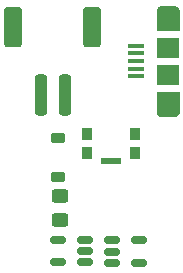
<source format=gtp>
%TF.GenerationSoftware,KiCad,Pcbnew,8.0.1*%
%TF.CreationDate,2024-04-23T06:28:50-07:00*%
%TF.ProjectId,OnOffController,4f6e4f66-6643-46f6-9e74-726f6c6c6572,rev?*%
%TF.SameCoordinates,Original*%
%TF.FileFunction,Paste,Top*%
%TF.FilePolarity,Positive*%
%FSLAX46Y46*%
G04 Gerber Fmt 4.6, Leading zero omitted, Abs format (unit mm)*
G04 Created by KiCad (PCBNEW 8.0.1) date 2024-04-23 06:28:50*
%MOMM*%
%LPD*%
G01*
G04 APERTURE LIST*
G04 Aperture macros list*
%AMRoundRect*
0 Rectangle with rounded corners*
0 $1 Rounding radius*
0 $2 $3 $4 $5 $6 $7 $8 $9 X,Y pos of 4 corners*
0 Add a 4 corners polygon primitive as box body*
4,1,4,$2,$3,$4,$5,$6,$7,$8,$9,$2,$3,0*
0 Add four circle primitives for the rounded corners*
1,1,$1+$1,$2,$3*
1,1,$1+$1,$4,$5*
1,1,$1+$1,$6,$7*
1,1,$1+$1,$8,$9*
0 Add four rect primitives between the rounded corners*
20,1,$1+$1,$2,$3,$4,$5,0*
20,1,$1+$1,$4,$5,$6,$7,0*
20,1,$1+$1,$6,$7,$8,$9,0*
20,1,$1+$1,$8,$9,$2,$3,0*%
G04 Aperture macros list end*
%ADD10C,0.010000*%
%ADD11RoundRect,0.250000X-0.450000X0.325000X-0.450000X-0.325000X0.450000X-0.325000X0.450000X0.325000X0*%
%ADD12RoundRect,0.150000X-0.512500X-0.150000X0.512500X-0.150000X0.512500X0.150000X-0.512500X0.150000X0*%
%ADD13RoundRect,0.250000X0.250000X1.500000X-0.250000X1.500000X-0.250000X-1.500000X0.250000X-1.500000X0*%
%ADD14RoundRect,0.250001X0.499999X1.449999X-0.499999X1.449999X-0.499999X-1.449999X0.499999X-1.449999X0*%
%ADD15RoundRect,0.150000X0.512500X0.150000X-0.512500X0.150000X-0.512500X-0.150000X0.512500X-0.150000X0*%
%ADD16R,1.350000X0.400000*%
%ADD17R,1.900000X1.800000*%
%ADD18R,0.889000X0.990600*%
%ADD19R,1.701800X0.558800*%
%ADD20RoundRect,0.225000X0.375000X-0.225000X0.375000X0.225000X-0.375000X0.225000X-0.375000X-0.225000X0*%
G04 APERTURE END LIST*
D10*
%TO.C,J8*%
X166939500Y-82527000D02*
X166938500Y-82553000D01*
X166936500Y-82579000D01*
X166932500Y-82605000D01*
X166928500Y-82631000D01*
X166921500Y-82656000D01*
X166914500Y-82682000D01*
X166905500Y-82706000D01*
X166895500Y-82730000D01*
X166884500Y-82754000D01*
X166872500Y-82777000D01*
X166858500Y-82799000D01*
X166843500Y-82821000D01*
X166827500Y-82842000D01*
X166810500Y-82862000D01*
X166792500Y-82881000D01*
X166773500Y-82899000D01*
X166753500Y-82916000D01*
X166732500Y-82932000D01*
X166711500Y-82946000D01*
X166689500Y-82960000D01*
X166665500Y-82973000D01*
X166642500Y-82984000D01*
X166618500Y-82994000D01*
X166593500Y-83003000D01*
X166568500Y-83010000D01*
X166542500Y-83016000D01*
X166517500Y-83021000D01*
X166491500Y-83024000D01*
X166465500Y-83026000D01*
X166439500Y-83027000D01*
X165538500Y-83027000D01*
X165512500Y-83026000D01*
X165486500Y-83024000D01*
X165460500Y-83021000D01*
X165435500Y-83016000D01*
X165409500Y-83010000D01*
X165384500Y-83003000D01*
X165359500Y-82994000D01*
X165335500Y-82984000D01*
X165312500Y-82973000D01*
X165289500Y-82960000D01*
X165266500Y-82946000D01*
X165245500Y-82932000D01*
X165224500Y-82916000D01*
X165204500Y-82899000D01*
X165185500Y-82881000D01*
X165167500Y-82862000D01*
X165150500Y-82842000D01*
X165134500Y-82821000D01*
X165119500Y-82799000D01*
X165105500Y-82777000D01*
X165093500Y-82754000D01*
X165082500Y-82730000D01*
X165072500Y-82706000D01*
X165063500Y-82682000D01*
X165056500Y-82656000D01*
X165049500Y-82631000D01*
X165045500Y-82605000D01*
X165041500Y-82579000D01*
X165039500Y-82553000D01*
X165039500Y-82527000D01*
X165039000Y-80952000D01*
X165039500Y-80952000D01*
X166939500Y-80952000D01*
X166939500Y-82527000D01*
G36*
X166939500Y-82527000D02*
G01*
X166938500Y-82553000D01*
X166936500Y-82579000D01*
X166932500Y-82605000D01*
X166928500Y-82631000D01*
X166921500Y-82656000D01*
X166914500Y-82682000D01*
X166905500Y-82706000D01*
X166895500Y-82730000D01*
X166884500Y-82754000D01*
X166872500Y-82777000D01*
X166858500Y-82799000D01*
X166843500Y-82821000D01*
X166827500Y-82842000D01*
X166810500Y-82862000D01*
X166792500Y-82881000D01*
X166773500Y-82899000D01*
X166753500Y-82916000D01*
X166732500Y-82932000D01*
X166711500Y-82946000D01*
X166689500Y-82960000D01*
X166665500Y-82973000D01*
X166642500Y-82984000D01*
X166618500Y-82994000D01*
X166593500Y-83003000D01*
X166568500Y-83010000D01*
X166542500Y-83016000D01*
X166517500Y-83021000D01*
X166491500Y-83024000D01*
X166465500Y-83026000D01*
X166439500Y-83027000D01*
X165538500Y-83027000D01*
X165512500Y-83026000D01*
X165486500Y-83024000D01*
X165460500Y-83021000D01*
X165435500Y-83016000D01*
X165409500Y-83010000D01*
X165384500Y-83003000D01*
X165359500Y-82994000D01*
X165335500Y-82984000D01*
X165312500Y-82973000D01*
X165289500Y-82960000D01*
X165266500Y-82946000D01*
X165245500Y-82932000D01*
X165224500Y-82916000D01*
X165204500Y-82899000D01*
X165185500Y-82881000D01*
X165167500Y-82862000D01*
X165150500Y-82842000D01*
X165134500Y-82821000D01*
X165119500Y-82799000D01*
X165105500Y-82777000D01*
X165093500Y-82754000D01*
X165082500Y-82730000D01*
X165072500Y-82706000D01*
X165063500Y-82682000D01*
X165056500Y-82656000D01*
X165049500Y-82631000D01*
X165045500Y-82605000D01*
X165041500Y-82579000D01*
X165039500Y-82553000D01*
X165039500Y-82527000D01*
X165039000Y-80952000D01*
X165039500Y-80952000D01*
X166939500Y-80952000D01*
X166939500Y-82527000D01*
G37*
X166465500Y-73678000D02*
X166491500Y-73680000D01*
X166517500Y-73683000D01*
X166542500Y-73688000D01*
X166568500Y-73694000D01*
X166593500Y-73701000D01*
X166618500Y-73710000D01*
X166642500Y-73720000D01*
X166665500Y-73731000D01*
X166689500Y-73744000D01*
X166711500Y-73758000D01*
X166732500Y-73772000D01*
X166753500Y-73788000D01*
X166773500Y-73805000D01*
X166792500Y-73823000D01*
X166810500Y-73842000D01*
X166827500Y-73862000D01*
X166843500Y-73883000D01*
X166858500Y-73905000D01*
X166872500Y-73927000D01*
X166884500Y-73950000D01*
X166895500Y-73974000D01*
X166905500Y-73998000D01*
X166914500Y-74022000D01*
X166921500Y-74048000D01*
X166928500Y-74073000D01*
X166932500Y-74099000D01*
X166936500Y-74125000D01*
X166938500Y-74151000D01*
X166939500Y-74177000D01*
X166939000Y-75752000D01*
X165039500Y-75752000D01*
X165039500Y-74177000D01*
X165039500Y-74151000D01*
X165041500Y-74125000D01*
X165045500Y-74099000D01*
X165049500Y-74073000D01*
X165056500Y-74048000D01*
X165063500Y-74022000D01*
X165072500Y-73998000D01*
X165082500Y-73974000D01*
X165093500Y-73950000D01*
X165105500Y-73927000D01*
X165119500Y-73905000D01*
X165134500Y-73883000D01*
X165150500Y-73862000D01*
X165167500Y-73842000D01*
X165185500Y-73823000D01*
X165204500Y-73805000D01*
X165224500Y-73788000D01*
X165245500Y-73772000D01*
X165266500Y-73758000D01*
X165289500Y-73744000D01*
X165312500Y-73731000D01*
X165335500Y-73720000D01*
X165359500Y-73710000D01*
X165384500Y-73701000D01*
X165409500Y-73694000D01*
X165435500Y-73688000D01*
X165460500Y-73683000D01*
X165486500Y-73680000D01*
X165512500Y-73678000D01*
X165538500Y-73677000D01*
X166439500Y-73677000D01*
X166465500Y-73678000D01*
G36*
X166465500Y-73678000D02*
G01*
X166491500Y-73680000D01*
X166517500Y-73683000D01*
X166542500Y-73688000D01*
X166568500Y-73694000D01*
X166593500Y-73701000D01*
X166618500Y-73710000D01*
X166642500Y-73720000D01*
X166665500Y-73731000D01*
X166689500Y-73744000D01*
X166711500Y-73758000D01*
X166732500Y-73772000D01*
X166753500Y-73788000D01*
X166773500Y-73805000D01*
X166792500Y-73823000D01*
X166810500Y-73842000D01*
X166827500Y-73862000D01*
X166843500Y-73883000D01*
X166858500Y-73905000D01*
X166872500Y-73927000D01*
X166884500Y-73950000D01*
X166895500Y-73974000D01*
X166905500Y-73998000D01*
X166914500Y-74022000D01*
X166921500Y-74048000D01*
X166928500Y-74073000D01*
X166932500Y-74099000D01*
X166936500Y-74125000D01*
X166938500Y-74151000D01*
X166939500Y-74177000D01*
X166939000Y-75752000D01*
X165039500Y-75752000D01*
X165039500Y-74177000D01*
X165039500Y-74151000D01*
X165041500Y-74125000D01*
X165045500Y-74099000D01*
X165049500Y-74073000D01*
X165056500Y-74048000D01*
X165063500Y-74022000D01*
X165072500Y-73998000D01*
X165082500Y-73974000D01*
X165093500Y-73950000D01*
X165105500Y-73927000D01*
X165119500Y-73905000D01*
X165134500Y-73883000D01*
X165150500Y-73862000D01*
X165167500Y-73842000D01*
X165185500Y-73823000D01*
X165204500Y-73805000D01*
X165224500Y-73788000D01*
X165245500Y-73772000D01*
X165266500Y-73758000D01*
X165289500Y-73744000D01*
X165312500Y-73731000D01*
X165335500Y-73720000D01*
X165359500Y-73710000D01*
X165384500Y-73701000D01*
X165409500Y-73694000D01*
X165435500Y-73688000D01*
X165460500Y-73683000D01*
X165486500Y-73680000D01*
X165512500Y-73678000D01*
X165538500Y-73677000D01*
X166439500Y-73677000D01*
X166465500Y-73678000D01*
G37*
%TD*%
D11*
%TO.C,D1*%
X156845000Y-89780000D03*
X156845000Y-91830000D03*
%TD*%
D12*
%TO.C,U2*%
X161295500Y-93538000D03*
X161295500Y-94488000D03*
X161295500Y-95438000D03*
X163570500Y-95438000D03*
X163570500Y-93538000D03*
%TD*%
D13*
%TO.C,J1*%
X157258000Y-81188000D03*
X155258000Y-81188000D03*
D14*
X159608000Y-75438000D03*
X152908000Y-75438000D03*
%TD*%
D15*
%TO.C,U3*%
X158993000Y-95372000D03*
X158993000Y-94422000D03*
X158993000Y-93472000D03*
X156718000Y-93472000D03*
X156718000Y-95372000D03*
%TD*%
D16*
%TO.C,J8*%
X163314000Y-79652000D03*
X163314000Y-79002000D03*
X163314000Y-78352000D03*
X163314000Y-77702000D03*
X163314000Y-77052000D03*
D17*
X165989000Y-79502000D03*
X165989000Y-77202000D03*
%TD*%
D18*
%TO.C,SW1*%
X159113002Y-84543999D03*
X163212998Y-84543999D03*
X159113002Y-86144001D03*
X163212998Y-86144001D03*
D19*
X161163000Y-86769001D03*
%TD*%
D20*
%TO.C,D2*%
X156718000Y-88138000D03*
X156718000Y-84838000D03*
%TD*%
M02*

</source>
